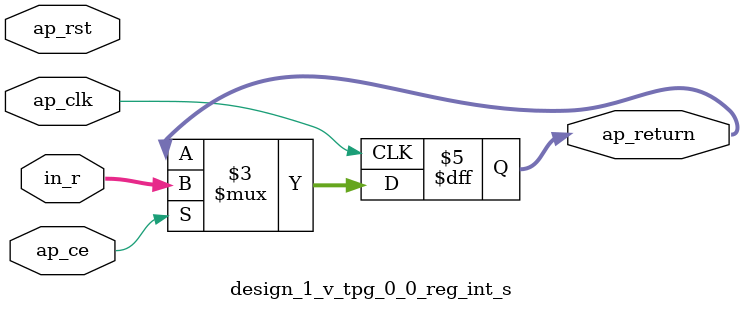
<source format=v>

`timescale 1 ns / 1 ps 

module design_1_v_tpg_0_0_reg_int_s (
        ap_clk,
        ap_rst,
        in_r,
        ap_return,
        ap_ce
);


input   ap_clk;
input   ap_rst;
input  [30:0] in_r;
output  [30:0] ap_return;
input   ap_ce;

reg[30:0] ap_return;

always @ (posedge ap_clk) begin
    if ((1'b1 == ap_ce)) begin
        ap_return <= in_r;
    end
end

endmodule //design_1_v_tpg_0_0_reg_int_s

</source>
